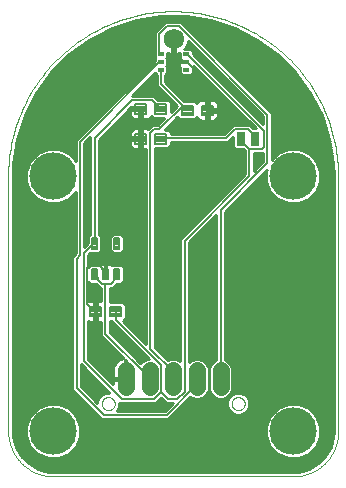
<source format=gtl>
G75*
%MOIN*%
%OFA0B0*%
%FSLAX25Y25*%
%IPPOS*%
%LPD*%
%AMOC8*
5,1,8,0,0,1.08239X$1,22.5*
%
%ADD10C,0.00000*%
%ADD11C,0.15811*%
%ADD12C,0.05600*%
%ADD13C,0.00787*%
%ADD14C,0.00709*%
%ADD15R,0.03150X0.04724*%
%ADD16R,0.01969X0.01181*%
%ADD17C,0.06791*%
%ADD18C,0.00600*%
%ADD19C,0.02400*%
%ADD20C,0.01000*%
%ADD21C,0.02381*%
D10*
X0001500Y0016500D02*
X0001500Y0101500D01*
X0032681Y0025732D02*
X0032683Y0025825D01*
X0032689Y0025917D01*
X0032699Y0026009D01*
X0032713Y0026100D01*
X0032730Y0026191D01*
X0032752Y0026281D01*
X0032777Y0026370D01*
X0032806Y0026458D01*
X0032839Y0026544D01*
X0032876Y0026629D01*
X0032916Y0026713D01*
X0032960Y0026794D01*
X0033007Y0026874D01*
X0033057Y0026952D01*
X0033111Y0027027D01*
X0033168Y0027100D01*
X0033228Y0027170D01*
X0033291Y0027238D01*
X0033357Y0027303D01*
X0033425Y0027365D01*
X0033496Y0027425D01*
X0033570Y0027481D01*
X0033646Y0027534D01*
X0033724Y0027583D01*
X0033804Y0027630D01*
X0033886Y0027672D01*
X0033970Y0027712D01*
X0034055Y0027747D01*
X0034142Y0027779D01*
X0034230Y0027808D01*
X0034319Y0027832D01*
X0034409Y0027853D01*
X0034500Y0027869D01*
X0034592Y0027882D01*
X0034684Y0027891D01*
X0034777Y0027896D01*
X0034869Y0027897D01*
X0034962Y0027894D01*
X0035054Y0027887D01*
X0035146Y0027876D01*
X0035237Y0027861D01*
X0035328Y0027843D01*
X0035418Y0027820D01*
X0035506Y0027794D01*
X0035594Y0027764D01*
X0035680Y0027730D01*
X0035764Y0027693D01*
X0035847Y0027651D01*
X0035928Y0027607D01*
X0036008Y0027559D01*
X0036085Y0027508D01*
X0036159Y0027453D01*
X0036232Y0027395D01*
X0036302Y0027335D01*
X0036369Y0027271D01*
X0036433Y0027205D01*
X0036495Y0027135D01*
X0036553Y0027064D01*
X0036608Y0026990D01*
X0036660Y0026913D01*
X0036709Y0026834D01*
X0036755Y0026754D01*
X0036797Y0026671D01*
X0036835Y0026587D01*
X0036870Y0026501D01*
X0036901Y0026414D01*
X0036928Y0026326D01*
X0036951Y0026236D01*
X0036971Y0026146D01*
X0036987Y0026055D01*
X0036999Y0025963D01*
X0037007Y0025871D01*
X0037011Y0025778D01*
X0037011Y0025686D01*
X0037007Y0025593D01*
X0036999Y0025501D01*
X0036987Y0025409D01*
X0036971Y0025318D01*
X0036951Y0025228D01*
X0036928Y0025138D01*
X0036901Y0025050D01*
X0036870Y0024963D01*
X0036835Y0024877D01*
X0036797Y0024793D01*
X0036755Y0024710D01*
X0036709Y0024630D01*
X0036660Y0024551D01*
X0036608Y0024474D01*
X0036553Y0024400D01*
X0036495Y0024329D01*
X0036433Y0024259D01*
X0036369Y0024193D01*
X0036302Y0024129D01*
X0036232Y0024069D01*
X0036159Y0024011D01*
X0036085Y0023956D01*
X0036008Y0023905D01*
X0035929Y0023857D01*
X0035847Y0023813D01*
X0035764Y0023771D01*
X0035680Y0023734D01*
X0035594Y0023700D01*
X0035506Y0023670D01*
X0035418Y0023644D01*
X0035328Y0023621D01*
X0035237Y0023603D01*
X0035146Y0023588D01*
X0035054Y0023577D01*
X0034962Y0023570D01*
X0034869Y0023567D01*
X0034777Y0023568D01*
X0034684Y0023573D01*
X0034592Y0023582D01*
X0034500Y0023595D01*
X0034409Y0023611D01*
X0034319Y0023632D01*
X0034230Y0023656D01*
X0034142Y0023685D01*
X0034055Y0023717D01*
X0033970Y0023752D01*
X0033886Y0023792D01*
X0033804Y0023834D01*
X0033724Y0023881D01*
X0033646Y0023930D01*
X0033570Y0023983D01*
X0033496Y0024039D01*
X0033425Y0024099D01*
X0033357Y0024161D01*
X0033291Y0024226D01*
X0033228Y0024294D01*
X0033168Y0024364D01*
X0033111Y0024437D01*
X0033057Y0024512D01*
X0033007Y0024590D01*
X0032960Y0024670D01*
X0032916Y0024751D01*
X0032876Y0024835D01*
X0032839Y0024920D01*
X0032806Y0025006D01*
X0032777Y0025094D01*
X0032752Y0025183D01*
X0032730Y0025273D01*
X0032713Y0025364D01*
X0032699Y0025455D01*
X0032689Y0025547D01*
X0032683Y0025639D01*
X0032681Y0025732D01*
X0016500Y0001500D02*
X0016138Y0001504D01*
X0015775Y0001518D01*
X0015413Y0001539D01*
X0015052Y0001570D01*
X0014692Y0001609D01*
X0014333Y0001657D01*
X0013975Y0001714D01*
X0013618Y0001779D01*
X0013263Y0001853D01*
X0012910Y0001936D01*
X0012559Y0002027D01*
X0012211Y0002126D01*
X0011865Y0002234D01*
X0011521Y0002350D01*
X0011181Y0002475D01*
X0010844Y0002607D01*
X0010510Y0002748D01*
X0010179Y0002897D01*
X0009852Y0003054D01*
X0009529Y0003218D01*
X0009210Y0003390D01*
X0008896Y0003570D01*
X0008585Y0003758D01*
X0008280Y0003953D01*
X0007979Y0004155D01*
X0007683Y0004365D01*
X0007393Y0004581D01*
X0007107Y0004805D01*
X0006827Y0005035D01*
X0006553Y0005272D01*
X0006285Y0005516D01*
X0006022Y0005766D01*
X0005766Y0006022D01*
X0005516Y0006285D01*
X0005272Y0006553D01*
X0005035Y0006827D01*
X0004805Y0007107D01*
X0004581Y0007393D01*
X0004365Y0007683D01*
X0004155Y0007979D01*
X0003953Y0008280D01*
X0003758Y0008585D01*
X0003570Y0008896D01*
X0003390Y0009210D01*
X0003218Y0009529D01*
X0003054Y0009852D01*
X0002897Y0010179D01*
X0002748Y0010510D01*
X0002607Y0010844D01*
X0002475Y0011181D01*
X0002350Y0011521D01*
X0002234Y0011865D01*
X0002126Y0012211D01*
X0002027Y0012559D01*
X0001936Y0012910D01*
X0001853Y0013263D01*
X0001779Y0013618D01*
X0001714Y0013975D01*
X0001657Y0014333D01*
X0001609Y0014692D01*
X0001570Y0015052D01*
X0001539Y0015413D01*
X0001518Y0015775D01*
X0001504Y0016138D01*
X0001500Y0016500D01*
X0016500Y0001500D02*
X0096500Y0001500D01*
X0096862Y0001504D01*
X0097225Y0001518D01*
X0097587Y0001539D01*
X0097948Y0001570D01*
X0098308Y0001609D01*
X0098667Y0001657D01*
X0099025Y0001714D01*
X0099382Y0001779D01*
X0099737Y0001853D01*
X0100090Y0001936D01*
X0100441Y0002027D01*
X0100789Y0002126D01*
X0101135Y0002234D01*
X0101479Y0002350D01*
X0101819Y0002475D01*
X0102156Y0002607D01*
X0102490Y0002748D01*
X0102821Y0002897D01*
X0103148Y0003054D01*
X0103471Y0003218D01*
X0103790Y0003390D01*
X0104104Y0003570D01*
X0104415Y0003758D01*
X0104720Y0003953D01*
X0105021Y0004155D01*
X0105317Y0004365D01*
X0105607Y0004581D01*
X0105893Y0004805D01*
X0106173Y0005035D01*
X0106447Y0005272D01*
X0106715Y0005516D01*
X0106978Y0005766D01*
X0107234Y0006022D01*
X0107484Y0006285D01*
X0107728Y0006553D01*
X0107965Y0006827D01*
X0108195Y0007107D01*
X0108419Y0007393D01*
X0108635Y0007683D01*
X0108845Y0007979D01*
X0109047Y0008280D01*
X0109242Y0008585D01*
X0109430Y0008896D01*
X0109610Y0009210D01*
X0109782Y0009529D01*
X0109946Y0009852D01*
X0110103Y0010179D01*
X0110252Y0010510D01*
X0110393Y0010844D01*
X0110525Y0011181D01*
X0110650Y0011521D01*
X0110766Y0011865D01*
X0110874Y0012211D01*
X0110973Y0012559D01*
X0111064Y0012910D01*
X0111147Y0013263D01*
X0111221Y0013618D01*
X0111286Y0013975D01*
X0111343Y0014333D01*
X0111391Y0014692D01*
X0111430Y0015052D01*
X0111461Y0015413D01*
X0111482Y0015775D01*
X0111496Y0016138D01*
X0111500Y0016500D01*
X0111500Y0101500D01*
X0075989Y0025732D02*
X0075991Y0025825D01*
X0075997Y0025917D01*
X0076007Y0026009D01*
X0076021Y0026100D01*
X0076038Y0026191D01*
X0076060Y0026281D01*
X0076085Y0026370D01*
X0076114Y0026458D01*
X0076147Y0026544D01*
X0076184Y0026629D01*
X0076224Y0026713D01*
X0076268Y0026794D01*
X0076315Y0026874D01*
X0076365Y0026952D01*
X0076419Y0027027D01*
X0076476Y0027100D01*
X0076536Y0027170D01*
X0076599Y0027238D01*
X0076665Y0027303D01*
X0076733Y0027365D01*
X0076804Y0027425D01*
X0076878Y0027481D01*
X0076954Y0027534D01*
X0077032Y0027583D01*
X0077112Y0027630D01*
X0077194Y0027672D01*
X0077278Y0027712D01*
X0077363Y0027747D01*
X0077450Y0027779D01*
X0077538Y0027808D01*
X0077627Y0027832D01*
X0077717Y0027853D01*
X0077808Y0027869D01*
X0077900Y0027882D01*
X0077992Y0027891D01*
X0078085Y0027896D01*
X0078177Y0027897D01*
X0078270Y0027894D01*
X0078362Y0027887D01*
X0078454Y0027876D01*
X0078545Y0027861D01*
X0078636Y0027843D01*
X0078726Y0027820D01*
X0078814Y0027794D01*
X0078902Y0027764D01*
X0078988Y0027730D01*
X0079072Y0027693D01*
X0079155Y0027651D01*
X0079236Y0027607D01*
X0079316Y0027559D01*
X0079393Y0027508D01*
X0079467Y0027453D01*
X0079540Y0027395D01*
X0079610Y0027335D01*
X0079677Y0027271D01*
X0079741Y0027205D01*
X0079803Y0027135D01*
X0079861Y0027064D01*
X0079916Y0026990D01*
X0079968Y0026913D01*
X0080017Y0026834D01*
X0080063Y0026754D01*
X0080105Y0026671D01*
X0080143Y0026587D01*
X0080178Y0026501D01*
X0080209Y0026414D01*
X0080236Y0026326D01*
X0080259Y0026236D01*
X0080279Y0026146D01*
X0080295Y0026055D01*
X0080307Y0025963D01*
X0080315Y0025871D01*
X0080319Y0025778D01*
X0080319Y0025686D01*
X0080315Y0025593D01*
X0080307Y0025501D01*
X0080295Y0025409D01*
X0080279Y0025318D01*
X0080259Y0025228D01*
X0080236Y0025138D01*
X0080209Y0025050D01*
X0080178Y0024963D01*
X0080143Y0024877D01*
X0080105Y0024793D01*
X0080063Y0024710D01*
X0080017Y0024630D01*
X0079968Y0024551D01*
X0079916Y0024474D01*
X0079861Y0024400D01*
X0079803Y0024329D01*
X0079741Y0024259D01*
X0079677Y0024193D01*
X0079610Y0024129D01*
X0079540Y0024069D01*
X0079467Y0024011D01*
X0079393Y0023956D01*
X0079316Y0023905D01*
X0079237Y0023857D01*
X0079155Y0023813D01*
X0079072Y0023771D01*
X0078988Y0023734D01*
X0078902Y0023700D01*
X0078814Y0023670D01*
X0078726Y0023644D01*
X0078636Y0023621D01*
X0078545Y0023603D01*
X0078454Y0023588D01*
X0078362Y0023577D01*
X0078270Y0023570D01*
X0078177Y0023567D01*
X0078085Y0023568D01*
X0077992Y0023573D01*
X0077900Y0023582D01*
X0077808Y0023595D01*
X0077717Y0023611D01*
X0077627Y0023632D01*
X0077538Y0023656D01*
X0077450Y0023685D01*
X0077363Y0023717D01*
X0077278Y0023752D01*
X0077194Y0023792D01*
X0077112Y0023834D01*
X0077032Y0023881D01*
X0076954Y0023930D01*
X0076878Y0023983D01*
X0076804Y0024039D01*
X0076733Y0024099D01*
X0076665Y0024161D01*
X0076599Y0024226D01*
X0076536Y0024294D01*
X0076476Y0024364D01*
X0076419Y0024437D01*
X0076365Y0024512D01*
X0076315Y0024590D01*
X0076268Y0024670D01*
X0076224Y0024751D01*
X0076184Y0024835D01*
X0076147Y0024920D01*
X0076114Y0025006D01*
X0076085Y0025094D01*
X0076060Y0025183D01*
X0076038Y0025273D01*
X0076021Y0025364D01*
X0076007Y0025455D01*
X0075997Y0025547D01*
X0075991Y0025639D01*
X0075989Y0025732D01*
X0111500Y0101500D02*
X0111484Y0102839D01*
X0111435Y0104178D01*
X0111353Y0105515D01*
X0111239Y0106849D01*
X0111093Y0108181D01*
X0110914Y0109508D01*
X0110703Y0110831D01*
X0110459Y0112148D01*
X0110184Y0113459D01*
X0109877Y0114762D01*
X0109538Y0116058D01*
X0109168Y0117345D01*
X0108767Y0118623D01*
X0108334Y0119891D01*
X0107871Y0121148D01*
X0107377Y0122393D01*
X0106853Y0123626D01*
X0106300Y0124845D01*
X0105716Y0126051D01*
X0105104Y0127242D01*
X0104463Y0128418D01*
X0103793Y0129578D01*
X0103095Y0130721D01*
X0102370Y0131847D01*
X0101617Y0132955D01*
X0100838Y0134045D01*
X0100032Y0135115D01*
X0099201Y0136165D01*
X0098344Y0137194D01*
X0097462Y0138203D01*
X0096557Y0139189D01*
X0095627Y0140153D01*
X0094674Y0141095D01*
X0093699Y0142013D01*
X0092701Y0142906D01*
X0091682Y0143776D01*
X0090642Y0144620D01*
X0089582Y0145438D01*
X0088502Y0146231D01*
X0087404Y0146997D01*
X0086286Y0147736D01*
X0085152Y0148448D01*
X0084000Y0149131D01*
X0082832Y0149787D01*
X0081648Y0150414D01*
X0080450Y0151012D01*
X0079237Y0151580D01*
X0078011Y0152119D01*
X0076772Y0152628D01*
X0075521Y0153106D01*
X0074258Y0153554D01*
X0072986Y0153971D01*
X0071703Y0154357D01*
X0070411Y0154712D01*
X0069111Y0155035D01*
X0067804Y0155326D01*
X0066490Y0155585D01*
X0065170Y0155812D01*
X0063845Y0156007D01*
X0062515Y0156170D01*
X0061182Y0156300D01*
X0059847Y0156398D01*
X0058509Y0156463D01*
X0057170Y0156496D01*
X0055830Y0156496D01*
X0054491Y0156463D01*
X0053153Y0156398D01*
X0051818Y0156300D01*
X0050485Y0156170D01*
X0049155Y0156007D01*
X0047830Y0155812D01*
X0046510Y0155585D01*
X0045196Y0155326D01*
X0043889Y0155035D01*
X0042589Y0154712D01*
X0041297Y0154357D01*
X0040014Y0153971D01*
X0038742Y0153554D01*
X0037479Y0153106D01*
X0036228Y0152628D01*
X0034989Y0152119D01*
X0033763Y0151580D01*
X0032550Y0151012D01*
X0031352Y0150414D01*
X0030168Y0149787D01*
X0029000Y0149131D01*
X0027848Y0148448D01*
X0026714Y0147736D01*
X0025596Y0146997D01*
X0024498Y0146231D01*
X0023418Y0145438D01*
X0022358Y0144620D01*
X0021318Y0143776D01*
X0020299Y0142906D01*
X0019301Y0142013D01*
X0018326Y0141095D01*
X0017373Y0140153D01*
X0016443Y0139189D01*
X0015538Y0138203D01*
X0014656Y0137194D01*
X0013799Y0136165D01*
X0012968Y0135115D01*
X0012162Y0134045D01*
X0011383Y0132955D01*
X0010630Y0131847D01*
X0009905Y0130721D01*
X0009207Y0129578D01*
X0008537Y0128418D01*
X0007896Y0127242D01*
X0007284Y0126051D01*
X0006700Y0124845D01*
X0006147Y0123626D01*
X0005623Y0122393D01*
X0005129Y0121148D01*
X0004666Y0119891D01*
X0004233Y0118623D01*
X0003832Y0117345D01*
X0003462Y0116058D01*
X0003123Y0114762D01*
X0002816Y0113459D01*
X0002541Y0112148D01*
X0002297Y0110831D01*
X0002086Y0109508D01*
X0001907Y0108181D01*
X0001761Y0106849D01*
X0001647Y0105515D01*
X0001565Y0104178D01*
X0001516Y0102839D01*
X0001500Y0101500D01*
D11*
X0016500Y0101500D03*
X0016500Y0016500D03*
X0096500Y0016500D03*
X0096500Y0101500D03*
D12*
X0072248Y0036800D02*
X0072248Y0031200D01*
X0064374Y0031200D02*
X0064374Y0036800D01*
X0056500Y0036800D02*
X0056500Y0031200D01*
X0048626Y0031200D02*
X0048626Y0036800D01*
X0040752Y0036800D02*
X0040752Y0031200D01*
D13*
X0039118Y0054925D02*
X0035574Y0054925D01*
X0035574Y0058075D01*
X0039118Y0058075D01*
X0039118Y0054925D01*
X0039118Y0055711D02*
X0035574Y0055711D01*
X0035574Y0056497D02*
X0039118Y0056497D01*
X0039118Y0057283D02*
X0035574Y0057283D01*
X0035574Y0058069D02*
X0039118Y0058069D01*
X0032426Y0054925D02*
X0028882Y0054925D01*
X0028882Y0058075D01*
X0032426Y0058075D01*
X0032426Y0054925D01*
X0032426Y0055711D02*
X0028882Y0055711D01*
X0028882Y0056497D02*
X0032426Y0056497D01*
X0032426Y0057283D02*
X0028882Y0057283D01*
X0028882Y0058069D02*
X0032426Y0058069D01*
X0043882Y0112425D02*
X0047426Y0112425D01*
X0043882Y0112425D02*
X0043882Y0115575D01*
X0047426Y0115575D01*
X0047426Y0112425D01*
X0047426Y0113211D02*
X0043882Y0113211D01*
X0043882Y0113997D02*
X0047426Y0113997D01*
X0047426Y0114783D02*
X0043882Y0114783D01*
X0043882Y0115569D02*
X0047426Y0115569D01*
X0050574Y0112425D02*
X0054118Y0112425D01*
X0050574Y0112425D02*
X0050574Y0115575D01*
X0054118Y0115575D01*
X0054118Y0112425D01*
X0054118Y0113211D02*
X0050574Y0113211D01*
X0050574Y0113997D02*
X0054118Y0113997D01*
X0054118Y0114783D02*
X0050574Y0114783D01*
X0050574Y0115569D02*
X0054118Y0115569D01*
X0054118Y0122425D02*
X0050574Y0122425D01*
X0050574Y0125575D01*
X0054118Y0125575D01*
X0054118Y0122425D01*
X0054118Y0123211D02*
X0050574Y0123211D01*
X0050574Y0123997D02*
X0054118Y0123997D01*
X0054118Y0124783D02*
X0050574Y0124783D01*
X0050574Y0125569D02*
X0054118Y0125569D01*
X0059374Y0121972D02*
X0062918Y0121972D01*
X0059374Y0121972D02*
X0059374Y0125122D01*
X0062918Y0125122D01*
X0062918Y0121972D01*
X0062918Y0122758D02*
X0059374Y0122758D01*
X0059374Y0123544D02*
X0062918Y0123544D01*
X0062918Y0124330D02*
X0059374Y0124330D01*
X0059374Y0125116D02*
X0062918Y0125116D01*
X0066067Y0121972D02*
X0069611Y0121972D01*
X0066067Y0121972D02*
X0066067Y0125122D01*
X0069611Y0125122D01*
X0069611Y0121972D01*
X0069611Y0122758D02*
X0066067Y0122758D01*
X0066067Y0123544D02*
X0069611Y0123544D01*
X0069611Y0124330D02*
X0066067Y0124330D01*
X0066067Y0125116D02*
X0069611Y0125116D01*
X0047426Y0122425D02*
X0043882Y0122425D01*
X0043882Y0125575D01*
X0047426Y0125575D01*
X0047426Y0122425D01*
X0047426Y0123211D02*
X0043882Y0123211D01*
X0043882Y0123997D02*
X0047426Y0123997D01*
X0047426Y0124783D02*
X0043882Y0124783D01*
X0043882Y0125569D02*
X0047426Y0125569D01*
D14*
X0038567Y0077405D02*
X0036913Y0077405D01*
X0036913Y0080831D01*
X0038567Y0080831D01*
X0038567Y0077405D01*
X0038567Y0078113D02*
X0036913Y0078113D01*
X0036913Y0078821D02*
X0038567Y0078821D01*
X0038567Y0079529D02*
X0036913Y0079529D01*
X0036913Y0080237D02*
X0038567Y0080237D01*
X0038567Y0067169D02*
X0036913Y0067169D01*
X0036913Y0070595D01*
X0038567Y0070595D01*
X0038567Y0067169D01*
X0038567Y0067877D02*
X0036913Y0067877D01*
X0036913Y0068585D02*
X0038567Y0068585D01*
X0038567Y0069293D02*
X0036913Y0069293D01*
X0036913Y0070001D02*
X0038567Y0070001D01*
X0034827Y0067169D02*
X0033173Y0067169D01*
X0033173Y0070595D01*
X0034827Y0070595D01*
X0034827Y0067169D01*
X0034827Y0067877D02*
X0033173Y0067877D01*
X0033173Y0068585D02*
X0034827Y0068585D01*
X0034827Y0069293D02*
X0033173Y0069293D01*
X0033173Y0070001D02*
X0034827Y0070001D01*
X0031087Y0067169D02*
X0029433Y0067169D01*
X0029433Y0070595D01*
X0031087Y0070595D01*
X0031087Y0067169D01*
X0031087Y0067877D02*
X0029433Y0067877D01*
X0029433Y0068585D02*
X0031087Y0068585D01*
X0031087Y0069293D02*
X0029433Y0069293D01*
X0029433Y0070001D02*
X0031087Y0070001D01*
X0031087Y0077405D02*
X0029433Y0077405D01*
X0029433Y0080831D01*
X0031087Y0080831D01*
X0031087Y0077405D01*
X0031087Y0078113D02*
X0029433Y0078113D01*
X0029433Y0078821D02*
X0031087Y0078821D01*
X0031087Y0079529D02*
X0029433Y0079529D01*
X0029433Y0080237D02*
X0031087Y0080237D01*
D15*
X0079138Y0114000D03*
X0083862Y0114000D03*
D16*
X0060850Y0137031D03*
X0060850Y0139591D03*
X0060850Y0142150D03*
X0052386Y0142150D03*
X0052386Y0139591D03*
X0052386Y0137031D03*
D17*
X0056618Y0147169D03*
D18*
X0056700Y0146700D01*
X0056700Y0143100D01*
X0059700Y0140100D01*
X0060300Y0140100D01*
X0060850Y0139591D01*
X0060900Y0140100D01*
X0067500Y0133500D01*
X0067500Y0123900D01*
X0067839Y0123547D01*
X0061146Y0123547D02*
X0059700Y0125100D01*
X0051900Y0117300D01*
X0050100Y0117300D01*
X0048900Y0116100D01*
X0048900Y0044100D01*
X0056100Y0036900D01*
X0056100Y0034500D01*
X0056500Y0034000D01*
X0052500Y0029700D02*
X0054900Y0027300D01*
X0057900Y0027300D01*
X0060300Y0029700D01*
X0060300Y0080100D01*
X0081900Y0101700D01*
X0081900Y0110700D01*
X0078900Y0113700D01*
X0079138Y0114000D01*
X0077100Y0117300D02*
X0081300Y0117300D01*
X0084300Y0114300D01*
X0083862Y0114000D01*
X0086700Y0111300D02*
X0086100Y0110700D01*
X0081900Y0110700D01*
X0086700Y0111300D02*
X0086700Y0116700D01*
X0061500Y0141900D01*
X0060900Y0141900D01*
X0060850Y0142150D01*
X0058500Y0151500D02*
X0054300Y0151500D01*
X0051900Y0149100D01*
X0051900Y0142500D01*
X0052386Y0142150D01*
X0052386Y0139591D02*
X0051900Y0139500D01*
X0025500Y0113100D01*
X0025500Y0075300D01*
X0024300Y0074100D01*
X0024300Y0030900D01*
X0033300Y0021900D01*
X0054300Y0021900D01*
X0063900Y0031500D01*
X0063900Y0033900D01*
X0064374Y0034000D01*
X0072248Y0034000D02*
X0072300Y0034500D01*
X0072300Y0090300D01*
X0087900Y0105900D01*
X0087900Y0122100D01*
X0058500Y0151500D01*
X0052386Y0137031D02*
X0052500Y0136500D01*
X0052500Y0132300D01*
X0059700Y0125100D01*
X0060900Y0123900D01*
X0061146Y0123547D01*
X0052346Y0124000D02*
X0051900Y0124500D01*
X0049500Y0126900D01*
X0042900Y0126900D01*
X0030300Y0114300D01*
X0030300Y0079500D01*
X0030260Y0079118D01*
X0029700Y0078900D01*
X0026700Y0075900D01*
X0026700Y0039900D01*
X0039300Y0027300D01*
X0050100Y0027300D01*
X0052500Y0029700D01*
X0052500Y0038700D01*
X0037500Y0053700D01*
X0037500Y0056100D01*
X0037346Y0056500D01*
X0030900Y0056100D02*
X0030900Y0050100D01*
X0040500Y0040500D01*
X0040500Y0034500D01*
X0040752Y0034000D01*
X0048300Y0034500D02*
X0048626Y0034000D01*
X0048300Y0034500D02*
X0033900Y0048900D01*
X0033900Y0065700D01*
X0032700Y0065700D01*
X0031500Y0066900D01*
X0031500Y0067500D01*
X0030300Y0068700D01*
X0030260Y0068882D01*
X0032700Y0070500D02*
X0032700Y0071100D01*
X0031500Y0072300D01*
X0032700Y0073500D01*
X0032700Y0078900D01*
X0045300Y0091500D01*
X0045300Y0113700D01*
X0045654Y0114000D01*
X0045900Y0114300D01*
X0045900Y0119700D01*
X0045900Y0123900D01*
X0045654Y0124000D01*
X0052500Y0114300D02*
X0052346Y0114000D01*
X0052500Y0114300D02*
X0074100Y0114300D01*
X0077100Y0117300D01*
X0037740Y0068882D02*
X0037500Y0068700D01*
X0037500Y0067500D01*
X0035700Y0065700D01*
X0033900Y0065700D01*
X0034000Y0068882D02*
X0033900Y0069300D01*
X0032700Y0070500D01*
X0031500Y0072300D02*
X0029100Y0072300D01*
X0027900Y0071100D01*
X0027900Y0059100D01*
X0030300Y0056700D01*
X0030654Y0056500D01*
X0030900Y0056100D01*
D19*
X0045900Y0119700D03*
D20*
X0006580Y0007491D02*
X0106420Y0007491D01*
X0107210Y0008282D02*
X0104718Y0005790D01*
X0101666Y0004028D01*
X0098262Y0003115D01*
X0096500Y0003000D01*
X0016500Y0003000D01*
X0014738Y0003115D01*
X0011334Y0004028D01*
X0008282Y0005790D01*
X0005790Y0008282D01*
X0004028Y0011334D01*
X0003115Y0014738D01*
X0003000Y0016500D01*
X0003000Y0101500D01*
X0003165Y0105698D01*
X0004478Y0113989D01*
X0007072Y0121974D01*
X0010884Y0129454D01*
X0015818Y0136245D01*
X0021755Y0142182D01*
X0028546Y0147116D01*
X0036026Y0150928D01*
X0044011Y0153522D01*
X0052302Y0154835D01*
X0060698Y0154835D01*
X0068989Y0153522D01*
X0076974Y0150928D01*
X0084454Y0147116D01*
X0091245Y0142182D01*
X0097182Y0136245D01*
X0102116Y0129454D01*
X0105928Y0121974D01*
X0108522Y0113989D01*
X0109835Y0105698D01*
X0110000Y0101500D01*
X0110000Y0016500D01*
X0109885Y0014738D01*
X0108972Y0011334D01*
X0107210Y0008282D01*
X0107330Y0008490D02*
X0100694Y0008490D01*
X0101601Y0008865D02*
X0104134Y0011399D01*
X0105505Y0014709D01*
X0105505Y0018291D01*
X0104134Y0021601D01*
X0101601Y0024134D01*
X0098291Y0025505D01*
X0094709Y0025505D01*
X0091399Y0024134D01*
X0088865Y0021601D01*
X0087494Y0018291D01*
X0087494Y0014709D01*
X0088865Y0011399D01*
X0091399Y0008865D01*
X0094709Y0007494D01*
X0098291Y0007494D01*
X0101601Y0008865D01*
X0102224Y0009488D02*
X0107907Y0009488D01*
X0108483Y0010487D02*
X0103222Y0010487D01*
X0104170Y0011485D02*
X0109013Y0011485D01*
X0109280Y0012484D02*
X0104584Y0012484D01*
X0104997Y0013482D02*
X0109548Y0013482D01*
X0109816Y0014481D02*
X0105411Y0014481D01*
X0105505Y0015479D02*
X0109933Y0015479D01*
X0109999Y0016478D02*
X0105505Y0016478D01*
X0105505Y0017476D02*
X0110000Y0017476D01*
X0110000Y0018475D02*
X0105430Y0018475D01*
X0105016Y0019473D02*
X0110000Y0019473D01*
X0110000Y0020472D02*
X0104602Y0020472D01*
X0104189Y0021470D02*
X0110000Y0021470D01*
X0110000Y0022469D02*
X0103267Y0022469D01*
X0102268Y0023467D02*
X0110000Y0023467D01*
X0110000Y0024466D02*
X0100801Y0024466D01*
X0098391Y0025464D02*
X0110000Y0025464D01*
X0110000Y0026463D02*
X0081818Y0026463D01*
X0081819Y0026461D02*
X0081261Y0027809D01*
X0080230Y0028840D01*
X0078883Y0029398D01*
X0077424Y0029398D01*
X0076077Y0028840D01*
X0075046Y0027809D01*
X0074488Y0026461D01*
X0074488Y0025003D01*
X0075046Y0023656D01*
X0076077Y0022625D01*
X0077424Y0022067D01*
X0078883Y0022067D01*
X0080230Y0022625D01*
X0081261Y0023656D01*
X0081819Y0025003D01*
X0081819Y0026461D01*
X0081819Y0025464D02*
X0094609Y0025464D01*
X0092199Y0024466D02*
X0081596Y0024466D01*
X0081072Y0023467D02*
X0090732Y0023467D01*
X0089733Y0022469D02*
X0079853Y0022469D01*
X0076454Y0022469D02*
X0056849Y0022469D01*
X0057847Y0023467D02*
X0075235Y0023467D01*
X0074711Y0024466D02*
X0058846Y0024466D01*
X0059844Y0025464D02*
X0074488Y0025464D01*
X0074489Y0026463D02*
X0060843Y0026463D01*
X0061841Y0027461D02*
X0063209Y0027461D01*
X0063598Y0027300D02*
X0062242Y0027862D01*
X0054880Y0020500D01*
X0032720Y0020500D01*
X0031900Y0021320D01*
X0022900Y0030320D01*
X0022900Y0074680D01*
X0023720Y0075500D01*
X0024100Y0075880D01*
X0024100Y0096364D01*
X0021601Y0093865D01*
X0018291Y0092494D01*
X0014709Y0092494D01*
X0011399Y0093865D01*
X0008865Y0096399D01*
X0007494Y0099709D01*
X0007494Y0103291D01*
X0008865Y0106601D01*
X0011399Y0109134D01*
X0014709Y0110505D01*
X0018291Y0110505D01*
X0021601Y0109134D01*
X0024100Y0106636D01*
X0024100Y0113680D01*
X0024920Y0114500D01*
X0050302Y0139881D01*
X0050302Y0140637D01*
X0050535Y0140870D01*
X0050302Y0141103D01*
X0050302Y0143196D01*
X0050500Y0143394D01*
X0050500Y0149680D01*
X0052900Y0152080D01*
X0053720Y0152900D01*
X0059080Y0152900D01*
X0088480Y0123500D01*
X0089300Y0122680D01*
X0089300Y0107036D01*
X0091399Y0109134D01*
X0094709Y0110505D01*
X0098291Y0110505D01*
X0101601Y0109134D01*
X0104134Y0106601D01*
X0105505Y0103291D01*
X0105505Y0099709D01*
X0104134Y0096399D01*
X0101601Y0093865D01*
X0098291Y0092494D01*
X0094709Y0092494D01*
X0091399Y0093865D01*
X0088865Y0096399D01*
X0087494Y0099709D01*
X0087494Y0103291D01*
X0087652Y0103673D01*
X0073700Y0089720D01*
X0073700Y0040420D01*
X0074457Y0040106D01*
X0075554Y0039009D01*
X0076148Y0037576D01*
X0076148Y0030424D01*
X0075554Y0028991D01*
X0074457Y0027894D01*
X0073024Y0027300D01*
X0071472Y0027300D01*
X0070039Y0027894D01*
X0068942Y0028991D01*
X0068348Y0030424D01*
X0068348Y0037576D01*
X0068942Y0039009D01*
X0070039Y0040106D01*
X0070900Y0040463D01*
X0070900Y0088720D01*
X0061700Y0079520D01*
X0061700Y0039641D01*
X0062165Y0040106D01*
X0063598Y0040700D01*
X0065150Y0040700D01*
X0066583Y0040106D01*
X0067680Y0039009D01*
X0068274Y0037576D01*
X0068274Y0030424D01*
X0067680Y0028991D01*
X0066583Y0027894D01*
X0065150Y0027300D01*
X0063598Y0027300D01*
X0065539Y0027461D02*
X0071083Y0027461D01*
X0069473Y0028460D02*
X0067149Y0028460D01*
X0067874Y0029458D02*
X0068748Y0029458D01*
X0068348Y0030457D02*
X0068274Y0030457D01*
X0068274Y0031455D02*
X0068348Y0031455D01*
X0068348Y0032454D02*
X0068274Y0032454D01*
X0068274Y0033452D02*
X0068348Y0033452D01*
X0068348Y0034451D02*
X0068274Y0034451D01*
X0068274Y0035449D02*
X0068348Y0035449D01*
X0068348Y0036448D02*
X0068274Y0036448D01*
X0068274Y0037446D02*
X0068348Y0037446D01*
X0068708Y0038445D02*
X0067914Y0038445D01*
X0067246Y0039443D02*
X0069376Y0039443D01*
X0070849Y0040442D02*
X0065773Y0040442D01*
X0062975Y0040442D02*
X0061700Y0040442D01*
X0061700Y0041440D02*
X0070900Y0041440D01*
X0070900Y0042439D02*
X0061700Y0042439D01*
X0061700Y0043437D02*
X0070900Y0043437D01*
X0070900Y0044436D02*
X0061700Y0044436D01*
X0061700Y0045434D02*
X0070900Y0045434D01*
X0070900Y0046433D02*
X0061700Y0046433D01*
X0061700Y0047432D02*
X0070900Y0047432D01*
X0070900Y0048430D02*
X0061700Y0048430D01*
X0061700Y0049429D02*
X0070900Y0049429D01*
X0070900Y0050427D02*
X0061700Y0050427D01*
X0061700Y0051426D02*
X0070900Y0051426D01*
X0070900Y0052424D02*
X0061700Y0052424D01*
X0061700Y0053423D02*
X0070900Y0053423D01*
X0070900Y0054421D02*
X0061700Y0054421D01*
X0061700Y0055420D02*
X0070900Y0055420D01*
X0070900Y0056418D02*
X0061700Y0056418D01*
X0061700Y0057417D02*
X0070900Y0057417D01*
X0070900Y0058415D02*
X0061700Y0058415D01*
X0061700Y0059414D02*
X0070900Y0059414D01*
X0070900Y0060412D02*
X0061700Y0060412D01*
X0061700Y0061411D02*
X0070900Y0061411D01*
X0070900Y0062409D02*
X0061700Y0062409D01*
X0061700Y0063408D02*
X0070900Y0063408D01*
X0070900Y0064406D02*
X0061700Y0064406D01*
X0061700Y0065405D02*
X0070900Y0065405D01*
X0070900Y0066403D02*
X0061700Y0066403D01*
X0061700Y0067402D02*
X0070900Y0067402D01*
X0070900Y0068400D02*
X0061700Y0068400D01*
X0061700Y0069399D02*
X0070900Y0069399D01*
X0070900Y0070397D02*
X0061700Y0070397D01*
X0061700Y0071396D02*
X0070900Y0071396D01*
X0070900Y0072394D02*
X0061700Y0072394D01*
X0061700Y0073393D02*
X0070900Y0073393D01*
X0070900Y0074391D02*
X0061700Y0074391D01*
X0061700Y0075390D02*
X0070900Y0075390D01*
X0070900Y0076388D02*
X0061700Y0076388D01*
X0061700Y0077387D02*
X0070900Y0077387D01*
X0070900Y0078385D02*
X0061700Y0078385D01*
X0061700Y0079384D02*
X0070900Y0079384D01*
X0070900Y0080382D02*
X0062562Y0080382D01*
X0063561Y0081381D02*
X0070900Y0081381D01*
X0070900Y0082379D02*
X0064559Y0082379D01*
X0065558Y0083378D02*
X0070900Y0083378D01*
X0070900Y0084376D02*
X0066556Y0084376D01*
X0067555Y0085375D02*
X0070900Y0085375D01*
X0070900Y0086373D02*
X0068553Y0086373D01*
X0069552Y0087372D02*
X0070900Y0087372D01*
X0070900Y0088370D02*
X0070550Y0088370D01*
X0069586Y0091366D02*
X0050300Y0091366D01*
X0050300Y0090368D02*
X0068588Y0090368D01*
X0067589Y0089369D02*
X0050300Y0089369D01*
X0050300Y0088370D02*
X0066591Y0088370D01*
X0065592Y0087372D02*
X0050300Y0087372D01*
X0050300Y0086373D02*
X0064594Y0086373D01*
X0063595Y0085375D02*
X0050300Y0085375D01*
X0050300Y0084376D02*
X0062597Y0084376D01*
X0061598Y0083378D02*
X0050300Y0083378D01*
X0050300Y0082379D02*
X0060600Y0082379D01*
X0059720Y0081500D02*
X0058900Y0080680D01*
X0058900Y0039915D01*
X0058709Y0040106D01*
X0057276Y0040700D01*
X0055724Y0040700D01*
X0054703Y0040277D01*
X0050300Y0044680D01*
X0050300Y0110931D01*
X0054737Y0110931D01*
X0055612Y0111806D01*
X0055612Y0112900D01*
X0074680Y0112900D01*
X0076463Y0114683D01*
X0076463Y0111182D01*
X0077107Y0110538D01*
X0080082Y0110538D01*
X0080500Y0110120D01*
X0080500Y0102280D01*
X0059720Y0081500D01*
X0059601Y0081381D02*
X0050300Y0081381D01*
X0050300Y0080382D02*
X0058900Y0080382D01*
X0058900Y0079384D02*
X0050300Y0079384D01*
X0050300Y0078385D02*
X0058900Y0078385D01*
X0058900Y0077387D02*
X0050300Y0077387D01*
X0050300Y0076388D02*
X0058900Y0076388D01*
X0058900Y0075390D02*
X0050300Y0075390D01*
X0050300Y0074391D02*
X0058900Y0074391D01*
X0058900Y0073393D02*
X0050300Y0073393D01*
X0050300Y0072394D02*
X0058900Y0072394D01*
X0058900Y0071396D02*
X0050300Y0071396D01*
X0050300Y0070397D02*
X0058900Y0070397D01*
X0058900Y0069399D02*
X0050300Y0069399D01*
X0050300Y0068400D02*
X0058900Y0068400D01*
X0058900Y0067402D02*
X0050300Y0067402D01*
X0050300Y0066403D02*
X0058900Y0066403D01*
X0058900Y0065405D02*
X0050300Y0065405D01*
X0050300Y0064406D02*
X0058900Y0064406D01*
X0058900Y0063408D02*
X0050300Y0063408D01*
X0050300Y0062409D02*
X0058900Y0062409D01*
X0058900Y0061411D02*
X0050300Y0061411D01*
X0050300Y0060412D02*
X0058900Y0060412D01*
X0058900Y0059414D02*
X0050300Y0059414D01*
X0050300Y0058415D02*
X0058900Y0058415D01*
X0058900Y0057417D02*
X0050300Y0057417D01*
X0050300Y0056418D02*
X0058900Y0056418D01*
X0058900Y0055420D02*
X0050300Y0055420D01*
X0050300Y0054421D02*
X0058900Y0054421D01*
X0058900Y0053423D02*
X0050300Y0053423D01*
X0050300Y0052424D02*
X0058900Y0052424D01*
X0058900Y0051426D02*
X0050300Y0051426D01*
X0050300Y0050427D02*
X0058900Y0050427D01*
X0058900Y0049429D02*
X0050300Y0049429D01*
X0050300Y0048430D02*
X0058900Y0048430D01*
X0058900Y0047432D02*
X0050300Y0047432D01*
X0050300Y0046433D02*
X0058900Y0046433D01*
X0058900Y0045434D02*
X0050300Y0045434D01*
X0050544Y0044436D02*
X0058900Y0044436D01*
X0058900Y0043437D02*
X0051542Y0043437D01*
X0052541Y0042439D02*
X0058900Y0042439D01*
X0058900Y0041440D02*
X0053539Y0041440D01*
X0054538Y0040442D02*
X0055101Y0040442D01*
X0057899Y0040442D02*
X0058900Y0040442D01*
X0052500Y0027720D02*
X0054320Y0025900D01*
X0056320Y0025900D01*
X0053720Y0023300D01*
X0037598Y0023300D01*
X0037954Y0023656D01*
X0038512Y0025003D01*
X0038512Y0026108D01*
X0038720Y0025900D01*
X0050680Y0025900D01*
X0051500Y0026720D01*
X0052500Y0027720D01*
X0052241Y0027461D02*
X0052759Y0027461D01*
X0053757Y0026463D02*
X0051243Y0026463D01*
X0053887Y0023467D02*
X0037765Y0023467D01*
X0038289Y0024466D02*
X0054886Y0024466D01*
X0055884Y0025464D02*
X0038512Y0025464D01*
X0035222Y0029398D02*
X0034117Y0029398D01*
X0032770Y0028840D01*
X0031739Y0027809D01*
X0031181Y0026461D01*
X0031181Y0025999D01*
X0025700Y0031480D01*
X0025700Y0038920D01*
X0026120Y0038500D01*
X0035222Y0029398D01*
X0035162Y0029458D02*
X0027722Y0029458D01*
X0028720Y0028460D02*
X0032390Y0028460D01*
X0031595Y0027461D02*
X0029719Y0027461D01*
X0030717Y0026463D02*
X0031182Y0026463D01*
X0028754Y0024466D02*
X0020801Y0024466D01*
X0021601Y0024134D02*
X0018291Y0025505D01*
X0014709Y0025505D01*
X0011399Y0024134D01*
X0008865Y0021601D01*
X0007494Y0018291D01*
X0007494Y0014709D01*
X0008865Y0011399D01*
X0011399Y0008865D01*
X0014709Y0007494D01*
X0018291Y0007494D01*
X0021601Y0008865D01*
X0024134Y0011399D01*
X0025505Y0014709D01*
X0025505Y0018291D01*
X0024134Y0021601D01*
X0021601Y0024134D01*
X0022268Y0023467D02*
X0029753Y0023467D01*
X0030751Y0022469D02*
X0023267Y0022469D01*
X0024189Y0021470D02*
X0031750Y0021470D01*
X0027756Y0025464D02*
X0018391Y0025464D01*
X0014609Y0025464D02*
X0003000Y0025464D01*
X0003000Y0024466D02*
X0012199Y0024466D01*
X0010732Y0023467D02*
X0003000Y0023467D01*
X0003000Y0022469D02*
X0009733Y0022469D01*
X0008811Y0021470D02*
X0003000Y0021470D01*
X0003000Y0020472D02*
X0008398Y0020472D01*
X0007984Y0019473D02*
X0003000Y0019473D01*
X0003000Y0018475D02*
X0007570Y0018475D01*
X0007494Y0017476D02*
X0003000Y0017476D01*
X0003001Y0016478D02*
X0007494Y0016478D01*
X0007494Y0015479D02*
X0003067Y0015479D01*
X0003184Y0014481D02*
X0007589Y0014481D01*
X0008003Y0013482D02*
X0003452Y0013482D01*
X0003720Y0012484D02*
X0008416Y0012484D01*
X0008830Y0011485D02*
X0003987Y0011485D01*
X0004517Y0010487D02*
X0009778Y0010487D01*
X0010776Y0009488D02*
X0005093Y0009488D01*
X0005670Y0008490D02*
X0012306Y0008490D01*
X0010523Y0004496D02*
X0102477Y0004496D01*
X0104206Y0005494D02*
X0008794Y0005494D01*
X0007579Y0006493D02*
X0105421Y0006493D01*
X0099686Y0003497D02*
X0013314Y0003497D01*
X0020694Y0008490D02*
X0092306Y0008490D01*
X0090776Y0009488D02*
X0022224Y0009488D01*
X0023222Y0010487D02*
X0089778Y0010487D01*
X0088830Y0011485D02*
X0024170Y0011485D01*
X0024584Y0012484D02*
X0088416Y0012484D01*
X0088003Y0013482D02*
X0024997Y0013482D01*
X0025411Y0014481D02*
X0087589Y0014481D01*
X0087494Y0015479D02*
X0025505Y0015479D01*
X0025505Y0016478D02*
X0087494Y0016478D01*
X0087494Y0017476D02*
X0025505Y0017476D01*
X0025430Y0018475D02*
X0087570Y0018475D01*
X0087984Y0019473D02*
X0025016Y0019473D01*
X0024602Y0020472D02*
X0088398Y0020472D01*
X0088811Y0021470D02*
X0055850Y0021470D01*
X0045545Y0039235D02*
X0035300Y0049480D01*
X0035300Y0053431D01*
X0036100Y0053431D01*
X0036100Y0053120D01*
X0048520Y0040700D01*
X0047850Y0040700D01*
X0046417Y0040106D01*
X0045545Y0039235D01*
X0045336Y0039443D02*
X0045754Y0039443D01*
X0044338Y0040442D02*
X0047227Y0040442D01*
X0047780Y0041440D02*
X0043339Y0041440D01*
X0042341Y0042439D02*
X0046781Y0042439D01*
X0045783Y0043437D02*
X0041342Y0043437D01*
X0040344Y0044436D02*
X0044784Y0044436D01*
X0043786Y0045434D02*
X0039345Y0045434D01*
X0038347Y0046433D02*
X0042787Y0046433D01*
X0041789Y0047432D02*
X0037348Y0047432D01*
X0036350Y0048430D02*
X0040790Y0048430D01*
X0039792Y0049429D02*
X0035351Y0049429D01*
X0035300Y0050427D02*
X0038793Y0050427D01*
X0037795Y0051426D02*
X0035300Y0051426D01*
X0035300Y0052424D02*
X0036796Y0052424D01*
X0036100Y0053423D02*
X0035300Y0053423D01*
X0032500Y0053031D02*
X0032500Y0048320D01*
X0039815Y0041005D01*
X0039745Y0040994D01*
X0039101Y0040785D01*
X0038498Y0040478D01*
X0037951Y0040080D01*
X0037472Y0039601D01*
X0037074Y0039054D01*
X0036767Y0038451D01*
X0036558Y0037807D01*
X0036452Y0037138D01*
X0036452Y0034386D01*
X0040366Y0034386D01*
X0040366Y0040454D01*
X0041138Y0039682D01*
X0041138Y0034386D01*
X0040366Y0034386D01*
X0040366Y0033614D01*
X0036452Y0033614D01*
X0036452Y0032128D01*
X0028100Y0040480D01*
X0028100Y0053190D01*
X0028151Y0053161D01*
X0028633Y0053031D01*
X0030169Y0053031D01*
X0030169Y0056016D01*
X0031138Y0056016D01*
X0031138Y0053031D01*
X0032500Y0053031D01*
X0032500Y0052424D02*
X0028100Y0052424D01*
X0028100Y0051426D02*
X0032500Y0051426D01*
X0032500Y0050427D02*
X0028100Y0050427D01*
X0028100Y0049429D02*
X0032500Y0049429D01*
X0032500Y0048430D02*
X0028100Y0048430D01*
X0028100Y0047432D02*
X0033389Y0047432D01*
X0034387Y0046433D02*
X0028100Y0046433D01*
X0028100Y0045434D02*
X0035386Y0045434D01*
X0036384Y0044436D02*
X0028100Y0044436D01*
X0028100Y0043437D02*
X0037383Y0043437D01*
X0038381Y0042439D02*
X0028100Y0042439D01*
X0028100Y0041440D02*
X0039380Y0041440D01*
X0038449Y0040442D02*
X0028138Y0040442D01*
X0029136Y0039443D02*
X0037357Y0039443D01*
X0036765Y0038445D02*
X0030135Y0038445D01*
X0031133Y0037446D02*
X0036501Y0037446D01*
X0036452Y0036448D02*
X0032132Y0036448D01*
X0033130Y0035449D02*
X0036452Y0035449D01*
X0036452Y0034451D02*
X0034129Y0034451D01*
X0035128Y0033452D02*
X0036452Y0033452D01*
X0036452Y0032454D02*
X0036126Y0032454D01*
X0034163Y0030457D02*
X0026723Y0030457D01*
X0025725Y0031455D02*
X0033165Y0031455D01*
X0032166Y0032454D02*
X0025700Y0032454D01*
X0025700Y0033452D02*
X0031168Y0033452D01*
X0030169Y0034451D02*
X0025700Y0034451D01*
X0025700Y0035449D02*
X0029171Y0035449D01*
X0028172Y0036448D02*
X0025700Y0036448D01*
X0025700Y0037446D02*
X0027174Y0037446D01*
X0026175Y0038445D02*
X0025700Y0038445D01*
X0022900Y0038445D02*
X0003000Y0038445D01*
X0003000Y0039443D02*
X0022900Y0039443D01*
X0022900Y0040442D02*
X0003000Y0040442D01*
X0003000Y0041440D02*
X0022900Y0041440D01*
X0022900Y0042439D02*
X0003000Y0042439D01*
X0003000Y0043437D02*
X0022900Y0043437D01*
X0022900Y0044436D02*
X0003000Y0044436D01*
X0003000Y0045434D02*
X0022900Y0045434D01*
X0022900Y0046433D02*
X0003000Y0046433D01*
X0003000Y0047432D02*
X0022900Y0047432D01*
X0022900Y0048430D02*
X0003000Y0048430D01*
X0003000Y0049429D02*
X0022900Y0049429D01*
X0022900Y0050427D02*
X0003000Y0050427D01*
X0003000Y0051426D02*
X0022900Y0051426D01*
X0022900Y0052424D02*
X0003000Y0052424D01*
X0003000Y0053423D02*
X0022900Y0053423D01*
X0022900Y0054421D02*
X0003000Y0054421D01*
X0003000Y0055420D02*
X0022900Y0055420D01*
X0022900Y0056418D02*
X0003000Y0056418D01*
X0003000Y0057417D02*
X0022900Y0057417D01*
X0022900Y0058415D02*
X0003000Y0058415D01*
X0003000Y0059414D02*
X0022900Y0059414D01*
X0022900Y0060412D02*
X0003000Y0060412D01*
X0003000Y0061411D02*
X0022900Y0061411D01*
X0022900Y0062409D02*
X0003000Y0062409D01*
X0003000Y0063408D02*
X0022900Y0063408D01*
X0022900Y0064406D02*
X0003000Y0064406D01*
X0003000Y0065405D02*
X0022900Y0065405D01*
X0022900Y0066403D02*
X0003000Y0066403D01*
X0003000Y0067402D02*
X0022900Y0067402D01*
X0022900Y0068400D02*
X0003000Y0068400D01*
X0003000Y0069399D02*
X0022900Y0069399D01*
X0022900Y0070397D02*
X0003000Y0070397D01*
X0003000Y0071396D02*
X0022900Y0071396D01*
X0022900Y0072394D02*
X0003000Y0072394D01*
X0003000Y0073393D02*
X0022900Y0073393D01*
X0022900Y0074391D02*
X0003000Y0074391D01*
X0003000Y0075390D02*
X0023610Y0075390D01*
X0024100Y0076388D02*
X0003000Y0076388D01*
X0003000Y0077387D02*
X0024100Y0077387D01*
X0024100Y0078385D02*
X0003000Y0078385D01*
X0003000Y0079384D02*
X0024100Y0079384D01*
X0024100Y0080382D02*
X0003000Y0080382D01*
X0003000Y0081381D02*
X0024100Y0081381D01*
X0024100Y0082379D02*
X0003000Y0082379D01*
X0003000Y0083378D02*
X0024100Y0083378D01*
X0024100Y0084376D02*
X0003000Y0084376D01*
X0003000Y0085375D02*
X0024100Y0085375D01*
X0024100Y0086373D02*
X0003000Y0086373D01*
X0003000Y0087372D02*
X0024100Y0087372D01*
X0024100Y0088370D02*
X0003000Y0088370D01*
X0003000Y0089369D02*
X0024100Y0089369D01*
X0024100Y0090368D02*
X0003000Y0090368D01*
X0003000Y0091366D02*
X0024100Y0091366D01*
X0024100Y0092365D02*
X0003000Y0092365D01*
X0003000Y0093363D02*
X0012612Y0093363D01*
X0010903Y0094362D02*
X0003000Y0094362D01*
X0003000Y0095360D02*
X0009904Y0095360D01*
X0008906Y0096359D02*
X0003000Y0096359D01*
X0003000Y0097357D02*
X0008469Y0097357D01*
X0008055Y0098356D02*
X0003000Y0098356D01*
X0003000Y0099354D02*
X0007641Y0099354D01*
X0007494Y0100353D02*
X0003000Y0100353D01*
X0003000Y0101351D02*
X0007494Y0101351D01*
X0007494Y0102350D02*
X0003033Y0102350D01*
X0003073Y0103348D02*
X0007518Y0103348D01*
X0007932Y0104347D02*
X0003112Y0104347D01*
X0003151Y0105345D02*
X0008345Y0105345D01*
X0008759Y0106344D02*
X0003267Y0106344D01*
X0003425Y0107342D02*
X0009606Y0107342D01*
X0010605Y0108341D02*
X0003584Y0108341D01*
X0003742Y0109339D02*
X0011893Y0109339D01*
X0014304Y0110338D02*
X0003900Y0110338D01*
X0004058Y0111336D02*
X0024100Y0111336D01*
X0024100Y0110338D02*
X0018696Y0110338D01*
X0021107Y0109339D02*
X0024100Y0109339D01*
X0024100Y0108341D02*
X0022395Y0108341D01*
X0023394Y0107342D02*
X0024100Y0107342D01*
X0026900Y0107342D02*
X0028900Y0107342D01*
X0028900Y0106344D02*
X0026900Y0106344D01*
X0026900Y0105345D02*
X0028900Y0105345D01*
X0028900Y0104347D02*
X0026900Y0104347D01*
X0026900Y0103348D02*
X0028900Y0103348D01*
X0028900Y0102350D02*
X0026900Y0102350D01*
X0026900Y0101351D02*
X0028900Y0101351D01*
X0028900Y0100353D02*
X0026900Y0100353D01*
X0026900Y0099354D02*
X0028900Y0099354D01*
X0028900Y0098356D02*
X0026900Y0098356D01*
X0026900Y0097357D02*
X0028900Y0097357D01*
X0028900Y0096359D02*
X0026900Y0096359D01*
X0026900Y0095360D02*
X0028900Y0095360D01*
X0028900Y0094362D02*
X0026900Y0094362D01*
X0026900Y0093363D02*
X0028900Y0093363D01*
X0028900Y0092365D02*
X0026900Y0092365D01*
X0026900Y0091366D02*
X0028900Y0091366D01*
X0028900Y0090368D02*
X0026900Y0090368D01*
X0026900Y0089369D02*
X0028900Y0089369D01*
X0028900Y0088370D02*
X0026900Y0088370D01*
X0026900Y0087372D02*
X0028900Y0087372D01*
X0028900Y0086373D02*
X0026900Y0086373D01*
X0026900Y0085375D02*
X0028900Y0085375D01*
X0028900Y0084376D02*
X0026900Y0084376D01*
X0026900Y0083378D02*
X0028900Y0083378D01*
X0028900Y0082379D02*
X0026900Y0082379D01*
X0026900Y0081381D02*
X0027979Y0081381D01*
X0027979Y0081433D02*
X0027979Y0079159D01*
X0026900Y0078080D01*
X0026900Y0112520D01*
X0028900Y0114520D01*
X0028900Y0082285D01*
X0028831Y0082285D01*
X0027979Y0081433D01*
X0027979Y0080382D02*
X0026900Y0080382D01*
X0026900Y0079384D02*
X0027979Y0079384D01*
X0027205Y0078385D02*
X0026900Y0078385D01*
X0028781Y0076001D02*
X0028100Y0075320D01*
X0028100Y0071318D01*
X0028831Y0072049D01*
X0031689Y0072049D01*
X0031847Y0071891D01*
X0032035Y0072078D01*
X0032457Y0072322D01*
X0032929Y0072449D01*
X0033909Y0072449D01*
X0033909Y0068973D01*
X0034091Y0068973D01*
X0034091Y0072449D01*
X0035071Y0072449D01*
X0035543Y0072322D01*
X0035965Y0072078D01*
X0036153Y0071891D01*
X0036311Y0072049D01*
X0039169Y0072049D01*
X0040021Y0071197D01*
X0040021Y0066567D01*
X0039169Y0065715D01*
X0037695Y0065715D01*
X0036280Y0064300D01*
X0035300Y0064300D01*
X0035300Y0059568D01*
X0039737Y0059568D01*
X0040612Y0058694D01*
X0040612Y0054306D01*
X0039743Y0053437D01*
X0047500Y0045680D01*
X0047500Y0110531D01*
X0046138Y0110531D01*
X0046138Y0113516D01*
X0045169Y0113516D01*
X0041988Y0113516D01*
X0041988Y0112176D01*
X0042117Y0111694D01*
X0042367Y0111262D01*
X0042719Y0110910D01*
X0043151Y0110661D01*
X0043633Y0110531D01*
X0045169Y0110531D01*
X0045169Y0113516D01*
X0045169Y0114484D01*
X0041988Y0114484D01*
X0041988Y0115824D01*
X0042117Y0116306D01*
X0042367Y0116738D01*
X0042719Y0117090D01*
X0043151Y0117339D01*
X0043633Y0117468D01*
X0045169Y0117468D01*
X0045169Y0114484D01*
X0046138Y0114484D01*
X0046138Y0117468D01*
X0047675Y0117468D01*
X0048156Y0117339D01*
X0048158Y0117338D01*
X0048320Y0117500D01*
X0049520Y0118700D01*
X0051320Y0118700D01*
X0053552Y0120931D01*
X0049956Y0120931D01*
X0049191Y0121697D01*
X0049190Y0121694D01*
X0048941Y0121262D01*
X0048588Y0120910D01*
X0048156Y0120661D01*
X0047675Y0120531D01*
X0046138Y0120531D01*
X0046138Y0123516D01*
X0045169Y0123516D01*
X0041988Y0123516D01*
X0041988Y0122176D01*
X0042117Y0121694D01*
X0042367Y0121262D01*
X0042719Y0120910D01*
X0043151Y0120661D01*
X0043633Y0120531D01*
X0045169Y0120531D01*
X0045169Y0123516D01*
X0045169Y0124484D01*
X0042464Y0124484D01*
X0031700Y0113720D01*
X0031700Y0082274D01*
X0032541Y0081433D01*
X0032541Y0076803D01*
X0031689Y0075951D01*
X0028831Y0075951D01*
X0028781Y0076001D01*
X0028170Y0075390D02*
X0047500Y0075390D01*
X0047500Y0076388D02*
X0039606Y0076388D01*
X0040021Y0076803D02*
X0039169Y0075951D01*
X0036311Y0075951D01*
X0035459Y0076803D01*
X0035459Y0081433D01*
X0036311Y0082285D01*
X0039169Y0082285D01*
X0040021Y0081433D01*
X0040021Y0076803D01*
X0040021Y0077387D02*
X0047500Y0077387D01*
X0047500Y0078385D02*
X0040021Y0078385D01*
X0040021Y0079384D02*
X0047500Y0079384D01*
X0047500Y0080382D02*
X0040021Y0080382D01*
X0040021Y0081381D02*
X0047500Y0081381D01*
X0047500Y0082379D02*
X0031700Y0082379D01*
X0031700Y0083378D02*
X0047500Y0083378D01*
X0047500Y0084376D02*
X0031700Y0084376D01*
X0031700Y0085375D02*
X0047500Y0085375D01*
X0047500Y0086373D02*
X0031700Y0086373D01*
X0031700Y0087372D02*
X0047500Y0087372D01*
X0047500Y0088370D02*
X0031700Y0088370D01*
X0031700Y0089369D02*
X0047500Y0089369D01*
X0047500Y0090368D02*
X0031700Y0090368D01*
X0031700Y0091366D02*
X0047500Y0091366D01*
X0047500Y0092365D02*
X0031700Y0092365D01*
X0031700Y0093363D02*
X0047500Y0093363D01*
X0047500Y0094362D02*
X0031700Y0094362D01*
X0031700Y0095360D02*
X0047500Y0095360D01*
X0047500Y0096359D02*
X0031700Y0096359D01*
X0031700Y0097357D02*
X0047500Y0097357D01*
X0047500Y0098356D02*
X0031700Y0098356D01*
X0031700Y0099354D02*
X0047500Y0099354D01*
X0047500Y0100353D02*
X0031700Y0100353D01*
X0031700Y0101351D02*
X0047500Y0101351D01*
X0047500Y0102350D02*
X0031700Y0102350D01*
X0031700Y0103348D02*
X0047500Y0103348D01*
X0047500Y0104347D02*
X0031700Y0104347D01*
X0031700Y0105345D02*
X0047500Y0105345D01*
X0047500Y0106344D02*
X0031700Y0106344D01*
X0031700Y0107342D02*
X0047500Y0107342D01*
X0047500Y0108341D02*
X0031700Y0108341D01*
X0031700Y0109339D02*
X0047500Y0109339D01*
X0047500Y0110338D02*
X0031700Y0110338D01*
X0031700Y0111336D02*
X0042324Y0111336D01*
X0041988Y0112335D02*
X0031700Y0112335D01*
X0031700Y0113333D02*
X0041988Y0113333D01*
X0041988Y0115330D02*
X0033310Y0115330D01*
X0032312Y0114332D02*
X0045169Y0114332D01*
X0045169Y0115330D02*
X0046138Y0115330D01*
X0046138Y0116329D02*
X0045169Y0116329D01*
X0045169Y0117327D02*
X0046138Y0117327D01*
X0043130Y0117327D02*
X0035307Y0117327D01*
X0034309Y0116329D02*
X0042131Y0116329D01*
X0045169Y0113333D02*
X0046138Y0113333D01*
X0046138Y0112335D02*
X0045169Y0112335D01*
X0045169Y0111336D02*
X0046138Y0111336D01*
X0050300Y0110338D02*
X0080282Y0110338D01*
X0080500Y0109339D02*
X0050300Y0109339D01*
X0050300Y0108341D02*
X0080500Y0108341D01*
X0080500Y0107342D02*
X0050300Y0107342D01*
X0050300Y0106344D02*
X0080500Y0106344D01*
X0080500Y0105345D02*
X0050300Y0105345D01*
X0050300Y0104347D02*
X0080500Y0104347D01*
X0080500Y0103348D02*
X0050300Y0103348D01*
X0050300Y0102350D02*
X0080500Y0102350D01*
X0079571Y0101351D02*
X0050300Y0101351D01*
X0050300Y0100353D02*
X0078573Y0100353D01*
X0077574Y0099354D02*
X0050300Y0099354D01*
X0050300Y0098356D02*
X0076576Y0098356D01*
X0075577Y0097357D02*
X0050300Y0097357D01*
X0050300Y0096359D02*
X0074579Y0096359D01*
X0073580Y0095360D02*
X0050300Y0095360D01*
X0050300Y0094362D02*
X0072582Y0094362D01*
X0071583Y0093363D02*
X0050300Y0093363D01*
X0050300Y0092365D02*
X0070585Y0092365D01*
X0074347Y0090368D02*
X0110000Y0090368D01*
X0110000Y0091366D02*
X0075346Y0091366D01*
X0076344Y0092365D02*
X0110000Y0092365D01*
X0110000Y0093363D02*
X0100388Y0093363D01*
X0102097Y0094362D02*
X0110000Y0094362D01*
X0110000Y0095360D02*
X0103096Y0095360D01*
X0104094Y0096359D02*
X0110000Y0096359D01*
X0110000Y0097357D02*
X0104531Y0097357D01*
X0104945Y0098356D02*
X0110000Y0098356D01*
X0110000Y0099354D02*
X0105359Y0099354D01*
X0105505Y0100353D02*
X0110000Y0100353D01*
X0110000Y0101351D02*
X0105505Y0101351D01*
X0105505Y0102350D02*
X0109967Y0102350D01*
X0109927Y0103348D02*
X0105482Y0103348D01*
X0105068Y0104347D02*
X0109888Y0104347D01*
X0109849Y0105345D02*
X0104655Y0105345D01*
X0104241Y0106344D02*
X0109733Y0106344D01*
X0109575Y0107342D02*
X0103394Y0107342D01*
X0102395Y0108341D02*
X0109416Y0108341D01*
X0109258Y0109339D02*
X0101107Y0109339D01*
X0098696Y0110338D02*
X0109100Y0110338D01*
X0108942Y0111336D02*
X0089300Y0111336D01*
X0089300Y0110338D02*
X0094304Y0110338D01*
X0091893Y0109339D02*
X0089300Y0109339D01*
X0089300Y0108341D02*
X0090605Y0108341D01*
X0089606Y0107342D02*
X0089300Y0107342D01*
X0086500Y0107342D02*
X0083300Y0107342D01*
X0083300Y0106344D02*
X0086364Y0106344D01*
X0086500Y0106480D02*
X0083300Y0103280D01*
X0083300Y0109300D01*
X0086500Y0109300D01*
X0086500Y0106480D01*
X0085365Y0105345D02*
X0083300Y0105345D01*
X0083300Y0104347D02*
X0084367Y0104347D01*
X0083368Y0103348D02*
X0083300Y0103348D01*
X0085331Y0101351D02*
X0087494Y0101351D01*
X0087494Y0100353D02*
X0084333Y0100353D01*
X0083334Y0099354D02*
X0087641Y0099354D01*
X0088055Y0098356D02*
X0082335Y0098356D01*
X0081337Y0097357D02*
X0088469Y0097357D01*
X0088906Y0096359D02*
X0080338Y0096359D01*
X0079340Y0095360D02*
X0089904Y0095360D01*
X0090903Y0094362D02*
X0078341Y0094362D01*
X0077343Y0093363D02*
X0092612Y0093363D01*
X0087494Y0102350D02*
X0086330Y0102350D01*
X0087328Y0103348D02*
X0087518Y0103348D01*
X0086500Y0108341D02*
X0083300Y0108341D01*
X0089300Y0112335D02*
X0108784Y0112335D01*
X0108626Y0113333D02*
X0089300Y0113333D01*
X0089300Y0114332D02*
X0108411Y0114332D01*
X0108086Y0115330D02*
X0089300Y0115330D01*
X0089300Y0116329D02*
X0107762Y0116329D01*
X0107437Y0117327D02*
X0089300Y0117327D01*
X0089300Y0118326D02*
X0107113Y0118326D01*
X0106788Y0119324D02*
X0089300Y0119324D01*
X0089300Y0120323D02*
X0106464Y0120323D01*
X0106139Y0121321D02*
X0089300Y0121321D01*
X0089300Y0122320D02*
X0105751Y0122320D01*
X0105242Y0123318D02*
X0088662Y0123318D01*
X0087663Y0124317D02*
X0104734Y0124317D01*
X0104225Y0125315D02*
X0086664Y0125315D01*
X0085666Y0126314D02*
X0103716Y0126314D01*
X0103207Y0127312D02*
X0084667Y0127312D01*
X0083669Y0128311D02*
X0102698Y0128311D01*
X0102190Y0129309D02*
X0082670Y0129309D01*
X0081672Y0130308D02*
X0101496Y0130308D01*
X0100770Y0131306D02*
X0080673Y0131306D01*
X0079675Y0132305D02*
X0100045Y0132305D01*
X0099319Y0133303D02*
X0078676Y0133303D01*
X0077678Y0134302D02*
X0098594Y0134302D01*
X0097868Y0135301D02*
X0076679Y0135301D01*
X0075681Y0136299D02*
X0097128Y0136299D01*
X0096130Y0137298D02*
X0074682Y0137298D01*
X0073684Y0138296D02*
X0095131Y0138296D01*
X0094133Y0139295D02*
X0072685Y0139295D01*
X0071687Y0140293D02*
X0093134Y0140293D01*
X0092136Y0141292D02*
X0070688Y0141292D01*
X0069690Y0142290D02*
X0091096Y0142290D01*
X0089722Y0143289D02*
X0068691Y0143289D01*
X0067693Y0144287D02*
X0088348Y0144287D01*
X0086973Y0145286D02*
X0066694Y0145286D01*
X0065696Y0146284D02*
X0085599Y0146284D01*
X0084127Y0147283D02*
X0064697Y0147283D01*
X0063699Y0148281D02*
X0082167Y0148281D01*
X0080208Y0149280D02*
X0062700Y0149280D01*
X0061702Y0150278D02*
X0078248Y0150278D01*
X0075899Y0151277D02*
X0060703Y0151277D01*
X0059705Y0152275D02*
X0072826Y0152275D01*
X0069753Y0153274D02*
X0043247Y0153274D01*
X0040174Y0152275D02*
X0053095Y0152275D01*
X0052097Y0151277D02*
X0037101Y0151277D01*
X0034752Y0150278D02*
X0051098Y0150278D01*
X0050500Y0149280D02*
X0032792Y0149280D01*
X0030833Y0148281D02*
X0050500Y0148281D01*
X0050500Y0147283D02*
X0028873Y0147283D01*
X0027401Y0146284D02*
X0050500Y0146284D01*
X0050500Y0145286D02*
X0026027Y0145286D01*
X0024652Y0144287D02*
X0050500Y0144287D01*
X0050394Y0143289D02*
X0023278Y0143289D01*
X0021904Y0142290D02*
X0050302Y0142290D01*
X0050302Y0141292D02*
X0020864Y0141292D01*
X0019866Y0140293D02*
X0050302Y0140293D01*
X0049715Y0139295D02*
X0018867Y0139295D01*
X0017869Y0138296D02*
X0048716Y0138296D01*
X0047718Y0137298D02*
X0016870Y0137298D01*
X0015872Y0136299D02*
X0046719Y0136299D01*
X0045721Y0135301D02*
X0015132Y0135301D01*
X0014406Y0134302D02*
X0044722Y0134302D01*
X0043724Y0133303D02*
X0013681Y0133303D01*
X0012955Y0132305D02*
X0042725Y0132305D01*
X0041727Y0131306D02*
X0012230Y0131306D01*
X0011504Y0130308D02*
X0040728Y0130308D01*
X0039730Y0129309D02*
X0010810Y0129309D01*
X0010301Y0128311D02*
X0038731Y0128311D01*
X0037733Y0127312D02*
X0009793Y0127312D01*
X0009284Y0126314D02*
X0036734Y0126314D01*
X0035736Y0125315D02*
X0008775Y0125315D01*
X0008266Y0124317D02*
X0034737Y0124317D01*
X0033738Y0123318D02*
X0007758Y0123318D01*
X0007249Y0122320D02*
X0032740Y0122320D01*
X0031741Y0121321D02*
X0006861Y0121321D01*
X0006536Y0120323D02*
X0030743Y0120323D01*
X0029744Y0119324D02*
X0006212Y0119324D01*
X0005887Y0118326D02*
X0028746Y0118326D01*
X0027747Y0117327D02*
X0005563Y0117327D01*
X0005238Y0116329D02*
X0026749Y0116329D01*
X0025750Y0115330D02*
X0004914Y0115330D01*
X0004589Y0114332D02*
X0024752Y0114332D01*
X0024100Y0113333D02*
X0004374Y0113333D01*
X0004216Y0112335D02*
X0024100Y0112335D01*
X0026900Y0112335D02*
X0028900Y0112335D01*
X0028900Y0113333D02*
X0027713Y0113333D01*
X0028712Y0114332D02*
X0028900Y0114332D01*
X0028900Y0111336D02*
X0026900Y0111336D01*
X0026900Y0110338D02*
X0028900Y0110338D01*
X0028900Y0109339D02*
X0026900Y0109339D01*
X0026900Y0108341D02*
X0028900Y0108341D01*
X0036306Y0118326D02*
X0049146Y0118326D01*
X0051944Y0119324D02*
X0037304Y0119324D01*
X0038303Y0120323D02*
X0052943Y0120323D01*
X0053907Y0117327D02*
X0075147Y0117327D01*
X0075700Y0117880D02*
X0073520Y0115700D01*
X0055612Y0115700D01*
X0055612Y0116194D01*
X0054737Y0117068D01*
X0053648Y0117068D01*
X0057907Y0121327D01*
X0058755Y0120479D01*
X0063536Y0120479D01*
X0064302Y0121244D01*
X0064302Y0121241D01*
X0064552Y0120810D01*
X0064904Y0120457D01*
X0065336Y0120208D01*
X0065818Y0120079D01*
X0067354Y0120079D01*
X0067354Y0123063D01*
X0068323Y0123063D01*
X0068323Y0124031D01*
X0071504Y0124031D01*
X0071504Y0125371D01*
X0071375Y0125853D01*
X0071126Y0126285D01*
X0070773Y0126637D01*
X0070341Y0126887D01*
X0069860Y0127016D01*
X0068323Y0127016D01*
X0068323Y0124032D01*
X0067354Y0124032D01*
X0067354Y0127016D01*
X0065818Y0127016D01*
X0065336Y0126887D01*
X0064904Y0126637D01*
X0064552Y0126285D01*
X0064302Y0125853D01*
X0064302Y0125850D01*
X0063536Y0126616D01*
X0060164Y0126616D01*
X0053900Y0132880D01*
X0053900Y0135415D01*
X0054470Y0135985D01*
X0054470Y0138078D01*
X0054237Y0138311D01*
X0054470Y0138544D01*
X0054470Y0140637D01*
X0054237Y0140870D01*
X0054470Y0141103D01*
X0054470Y0142769D01*
X0054739Y0142632D01*
X0055472Y0142394D01*
X0056118Y0142292D01*
X0056118Y0146669D01*
X0057118Y0146669D01*
X0057118Y0142292D01*
X0057765Y0142394D01*
X0058497Y0142632D01*
X0058766Y0142769D01*
X0058766Y0141202D01*
X0058666Y0141102D01*
X0058468Y0140760D01*
X0058366Y0140379D01*
X0058366Y0139591D01*
X0060850Y0139591D01*
X0060850Y0139590D01*
X0058366Y0139590D01*
X0058366Y0138803D01*
X0058468Y0138421D01*
X0058666Y0138079D01*
X0058766Y0137979D01*
X0058766Y0135985D01*
X0059410Y0135341D01*
X0062290Y0135341D01*
X0062935Y0135985D01*
X0062935Y0137979D01*
X0063035Y0138079D01*
X0063147Y0138273D01*
X0083958Y0117462D01*
X0083118Y0117462D01*
X0081880Y0118700D01*
X0076520Y0118700D01*
X0075700Y0117880D01*
X0076146Y0118326D02*
X0054906Y0118326D01*
X0055904Y0119324D02*
X0082096Y0119324D01*
X0082254Y0118326D02*
X0083094Y0118326D01*
X0085057Y0120323D02*
X0086500Y0120323D01*
X0086500Y0121321D02*
X0084059Y0121321D01*
X0083060Y0122320D02*
X0085700Y0122320D01*
X0086500Y0121520D02*
X0086500Y0118880D01*
X0062935Y0142445D01*
X0062935Y0143196D01*
X0062290Y0143840D01*
X0060212Y0143840D01*
X0060352Y0143980D01*
X0060805Y0144603D01*
X0061155Y0145290D01*
X0061393Y0146023D01*
X0061476Y0146544D01*
X0086500Y0121520D01*
X0086500Y0119324D02*
X0086056Y0119324D01*
X0084702Y0123318D02*
X0082061Y0123318D01*
X0081063Y0124317D02*
X0083703Y0124317D01*
X0082705Y0125315D02*
X0080064Y0125315D01*
X0079066Y0126314D02*
X0081706Y0126314D01*
X0080708Y0127312D02*
X0078067Y0127312D01*
X0077069Y0128311D02*
X0079709Y0128311D01*
X0078711Y0129309D02*
X0076070Y0129309D01*
X0075072Y0130308D02*
X0077712Y0130308D01*
X0076714Y0131306D02*
X0074073Y0131306D01*
X0073075Y0132305D02*
X0075715Y0132305D01*
X0074717Y0133303D02*
X0072076Y0133303D01*
X0071078Y0134302D02*
X0073718Y0134302D01*
X0072720Y0135301D02*
X0070079Y0135301D01*
X0069081Y0136299D02*
X0071721Y0136299D01*
X0070723Y0137298D02*
X0068082Y0137298D01*
X0067084Y0138296D02*
X0069724Y0138296D01*
X0068726Y0139295D02*
X0066085Y0139295D01*
X0065087Y0140293D02*
X0067727Y0140293D01*
X0066729Y0141292D02*
X0064088Y0141292D01*
X0063090Y0142290D02*
X0065730Y0142290D01*
X0064731Y0143289D02*
X0062842Y0143289D01*
X0063733Y0144287D02*
X0060575Y0144287D01*
X0061153Y0145286D02*
X0062734Y0145286D01*
X0061736Y0146284D02*
X0061435Y0146284D01*
X0058766Y0142290D02*
X0054470Y0142290D01*
X0054470Y0141292D02*
X0058766Y0141292D01*
X0058366Y0140293D02*
X0054470Y0140293D01*
X0054470Y0139295D02*
X0058366Y0139295D01*
X0058541Y0138296D02*
X0054252Y0138296D01*
X0054470Y0137298D02*
X0058766Y0137298D01*
X0058766Y0136299D02*
X0054470Y0136299D01*
X0053900Y0135301D02*
X0066120Y0135301D01*
X0065121Y0136299D02*
X0062935Y0136299D01*
X0062935Y0137298D02*
X0064123Y0137298D01*
X0067118Y0134302D02*
X0053900Y0134302D01*
X0053900Y0133303D02*
X0068117Y0133303D01*
X0069115Y0132305D02*
X0054475Y0132305D01*
X0055473Y0131306D02*
X0070114Y0131306D01*
X0071112Y0130308D02*
X0056472Y0130308D01*
X0057470Y0129309D02*
X0072111Y0129309D01*
X0073109Y0128311D02*
X0058469Y0128311D01*
X0059467Y0127312D02*
X0074108Y0127312D01*
X0075106Y0126314D02*
X0071096Y0126314D01*
X0071504Y0125315D02*
X0076105Y0125315D01*
X0077103Y0124317D02*
X0071504Y0124317D01*
X0071504Y0123063D02*
X0068323Y0123063D01*
X0068323Y0120079D01*
X0069860Y0120079D01*
X0070341Y0120208D01*
X0070773Y0120457D01*
X0071126Y0120810D01*
X0071375Y0121241D01*
X0071504Y0121723D01*
X0071504Y0123063D01*
X0071504Y0122320D02*
X0079100Y0122320D01*
X0078102Y0123318D02*
X0068323Y0123318D01*
X0068323Y0122320D02*
X0067354Y0122320D01*
X0067354Y0121321D02*
X0068323Y0121321D01*
X0068323Y0120323D02*
X0067354Y0120323D01*
X0065137Y0120323D02*
X0056903Y0120323D01*
X0057901Y0121321D02*
X0057913Y0121321D01*
X0055938Y0123318D02*
X0055612Y0123318D01*
X0055612Y0122992D02*
X0055612Y0126194D01*
X0054737Y0127068D01*
X0051311Y0127068D01*
X0050080Y0128300D01*
X0042680Y0128300D01*
X0050333Y0135953D01*
X0050946Y0135341D01*
X0051100Y0135341D01*
X0051100Y0131720D01*
X0057720Y0125100D01*
X0055612Y0122992D01*
X0055612Y0124317D02*
X0056937Y0124317D01*
X0057505Y0125315D02*
X0055612Y0125315D01*
X0055491Y0126314D02*
X0056506Y0126314D01*
X0055508Y0127312D02*
X0051067Y0127312D01*
X0053511Y0129309D02*
X0043689Y0129309D01*
X0042691Y0128311D02*
X0054509Y0128311D01*
X0052512Y0130308D02*
X0044688Y0130308D01*
X0045686Y0131306D02*
X0051514Y0131306D01*
X0051100Y0132305D02*
X0046685Y0132305D01*
X0047683Y0133303D02*
X0051100Y0133303D01*
X0051100Y0134302D02*
X0048682Y0134302D01*
X0049680Y0135301D02*
X0051100Y0135301D01*
X0056118Y0143289D02*
X0057118Y0143289D01*
X0057118Y0144287D02*
X0056118Y0144287D01*
X0056118Y0145286D02*
X0057118Y0145286D01*
X0057118Y0146284D02*
X0056118Y0146284D01*
X0048749Y0154272D02*
X0064251Y0154272D01*
X0064581Y0126314D02*
X0063838Y0126314D01*
X0067354Y0126314D02*
X0068323Y0126314D01*
X0068323Y0125315D02*
X0067354Y0125315D01*
X0067354Y0124317D02*
X0068323Y0124317D01*
X0071396Y0121321D02*
X0080099Y0121321D01*
X0081097Y0120323D02*
X0070540Y0120323D01*
X0074149Y0116329D02*
X0055477Y0116329D01*
X0055612Y0112335D02*
X0076463Y0112335D01*
X0076463Y0113333D02*
X0075113Y0113333D01*
X0076112Y0114332D02*
X0076463Y0114332D01*
X0076463Y0111336D02*
X0055142Y0111336D01*
X0049566Y0121321D02*
X0048975Y0121321D01*
X0046138Y0121321D02*
X0045169Y0121321D01*
X0045169Y0122320D02*
X0046138Y0122320D01*
X0046138Y0123318D02*
X0045169Y0123318D01*
X0045169Y0124317D02*
X0042297Y0124317D01*
X0041988Y0123318D02*
X0041298Y0123318D01*
X0041988Y0122320D02*
X0040300Y0122320D01*
X0039301Y0121321D02*
X0042333Y0121321D01*
X0024100Y0096359D02*
X0024094Y0096359D01*
X0024100Y0095360D02*
X0023096Y0095360D01*
X0022097Y0094362D02*
X0024100Y0094362D01*
X0024100Y0093363D02*
X0020388Y0093363D01*
X0032541Y0081381D02*
X0035459Y0081381D01*
X0035459Y0080382D02*
X0032541Y0080382D01*
X0032541Y0079384D02*
X0035459Y0079384D01*
X0035459Y0078385D02*
X0032541Y0078385D01*
X0032541Y0077387D02*
X0035459Y0077387D01*
X0035874Y0076388D02*
X0032126Y0076388D01*
X0032726Y0072394D02*
X0028100Y0072394D01*
X0028100Y0071396D02*
X0028178Y0071396D01*
X0028100Y0073393D02*
X0047500Y0073393D01*
X0047500Y0074391D02*
X0028100Y0074391D01*
X0033909Y0072394D02*
X0034091Y0072394D01*
X0034091Y0071396D02*
X0033909Y0071396D01*
X0033909Y0070397D02*
X0034091Y0070397D01*
X0034091Y0069399D02*
X0033909Y0069399D01*
X0035274Y0072394D02*
X0047500Y0072394D01*
X0047500Y0071396D02*
X0039822Y0071396D01*
X0040021Y0070397D02*
X0047500Y0070397D01*
X0047500Y0069399D02*
X0040021Y0069399D01*
X0040021Y0068400D02*
X0047500Y0068400D01*
X0047500Y0067402D02*
X0040021Y0067402D01*
X0039858Y0066403D02*
X0047500Y0066403D01*
X0047500Y0065405D02*
X0037385Y0065405D01*
X0036386Y0064406D02*
X0047500Y0064406D01*
X0047500Y0063408D02*
X0035300Y0063408D01*
X0035300Y0062409D02*
X0047500Y0062409D01*
X0047500Y0061411D02*
X0035300Y0061411D01*
X0035300Y0060412D02*
X0047500Y0060412D01*
X0047500Y0059414D02*
X0039892Y0059414D01*
X0040612Y0058415D02*
X0047500Y0058415D01*
X0047500Y0057417D02*
X0040612Y0057417D01*
X0040612Y0056418D02*
X0047500Y0056418D01*
X0047500Y0055420D02*
X0040612Y0055420D01*
X0040612Y0054421D02*
X0047500Y0054421D01*
X0047500Y0053423D02*
X0039757Y0053423D01*
X0040756Y0052424D02*
X0047500Y0052424D01*
X0047500Y0051426D02*
X0041754Y0051426D01*
X0042753Y0050427D02*
X0047500Y0050427D01*
X0047500Y0049429D02*
X0043751Y0049429D01*
X0044750Y0048430D02*
X0047500Y0048430D01*
X0047500Y0047432D02*
X0045748Y0047432D01*
X0046747Y0046433D02*
X0047500Y0046433D01*
X0041138Y0039443D02*
X0040366Y0039443D01*
X0040366Y0038445D02*
X0041138Y0038445D01*
X0041138Y0037446D02*
X0040366Y0037446D01*
X0040366Y0036448D02*
X0041138Y0036448D01*
X0041138Y0035449D02*
X0040366Y0035449D01*
X0040366Y0034451D02*
X0041138Y0034451D01*
X0040378Y0040442D02*
X0040366Y0040442D01*
X0031138Y0053423D02*
X0030169Y0053423D01*
X0030169Y0054421D02*
X0031138Y0054421D01*
X0031138Y0055420D02*
X0030169Y0055420D01*
X0030169Y0056984D02*
X0030169Y0059968D01*
X0028633Y0059968D01*
X0028151Y0059839D01*
X0028100Y0059810D01*
X0028100Y0066446D01*
X0028831Y0065715D01*
X0030705Y0065715D01*
X0031300Y0065120D01*
X0032120Y0064300D01*
X0032500Y0064300D01*
X0032500Y0059968D01*
X0031138Y0059968D01*
X0031138Y0056984D01*
X0030169Y0056984D01*
X0030169Y0057417D02*
X0031138Y0057417D01*
X0031138Y0058415D02*
X0030169Y0058415D01*
X0030169Y0059414D02*
X0031138Y0059414D01*
X0032500Y0060412D02*
X0028100Y0060412D01*
X0028100Y0061411D02*
X0032500Y0061411D01*
X0032500Y0062409D02*
X0028100Y0062409D01*
X0028100Y0063408D02*
X0032500Y0063408D01*
X0032014Y0064406D02*
X0028100Y0064406D01*
X0028100Y0065405D02*
X0031015Y0065405D01*
X0028142Y0066403D02*
X0028100Y0066403D01*
X0022900Y0037446D02*
X0003000Y0037446D01*
X0003000Y0036448D02*
X0022900Y0036448D01*
X0022900Y0035449D02*
X0003000Y0035449D01*
X0003000Y0034451D02*
X0022900Y0034451D01*
X0022900Y0033452D02*
X0003000Y0033452D01*
X0003000Y0032454D02*
X0022900Y0032454D01*
X0022900Y0031455D02*
X0003000Y0031455D01*
X0003000Y0030457D02*
X0022900Y0030457D01*
X0023762Y0029458D02*
X0003000Y0029458D01*
X0003000Y0028460D02*
X0024760Y0028460D01*
X0025759Y0027461D02*
X0003000Y0027461D01*
X0003000Y0026463D02*
X0026757Y0026463D01*
X0073413Y0027461D02*
X0074902Y0027461D01*
X0075023Y0028460D02*
X0075697Y0028460D01*
X0075748Y0029458D02*
X0110000Y0029458D01*
X0110000Y0028460D02*
X0080610Y0028460D01*
X0081405Y0027461D02*
X0110000Y0027461D01*
X0110000Y0030457D02*
X0076148Y0030457D01*
X0076148Y0031455D02*
X0110000Y0031455D01*
X0110000Y0032454D02*
X0076148Y0032454D01*
X0076148Y0033452D02*
X0110000Y0033452D01*
X0110000Y0034451D02*
X0076148Y0034451D01*
X0076148Y0035449D02*
X0110000Y0035449D01*
X0110000Y0036448D02*
X0076148Y0036448D01*
X0076148Y0037446D02*
X0110000Y0037446D01*
X0110000Y0038445D02*
X0075788Y0038445D01*
X0075120Y0039443D02*
X0110000Y0039443D01*
X0110000Y0040442D02*
X0073700Y0040442D01*
X0073700Y0041440D02*
X0110000Y0041440D01*
X0110000Y0042439D02*
X0073700Y0042439D01*
X0073700Y0043437D02*
X0110000Y0043437D01*
X0110000Y0044436D02*
X0073700Y0044436D01*
X0073700Y0045434D02*
X0110000Y0045434D01*
X0110000Y0046433D02*
X0073700Y0046433D01*
X0073700Y0047432D02*
X0110000Y0047432D01*
X0110000Y0048430D02*
X0073700Y0048430D01*
X0073700Y0049429D02*
X0110000Y0049429D01*
X0110000Y0050427D02*
X0073700Y0050427D01*
X0073700Y0051426D02*
X0110000Y0051426D01*
X0110000Y0052424D02*
X0073700Y0052424D01*
X0073700Y0053423D02*
X0110000Y0053423D01*
X0110000Y0054421D02*
X0073700Y0054421D01*
X0073700Y0055420D02*
X0110000Y0055420D01*
X0110000Y0056418D02*
X0073700Y0056418D01*
X0073700Y0057417D02*
X0110000Y0057417D01*
X0110000Y0058415D02*
X0073700Y0058415D01*
X0073700Y0059414D02*
X0110000Y0059414D01*
X0110000Y0060412D02*
X0073700Y0060412D01*
X0073700Y0061411D02*
X0110000Y0061411D01*
X0110000Y0062409D02*
X0073700Y0062409D01*
X0073700Y0063408D02*
X0110000Y0063408D01*
X0110000Y0064406D02*
X0073700Y0064406D01*
X0073700Y0065405D02*
X0110000Y0065405D01*
X0110000Y0066403D02*
X0073700Y0066403D01*
X0073700Y0067402D02*
X0110000Y0067402D01*
X0110000Y0068400D02*
X0073700Y0068400D01*
X0073700Y0069399D02*
X0110000Y0069399D01*
X0110000Y0070397D02*
X0073700Y0070397D01*
X0073700Y0071396D02*
X0110000Y0071396D01*
X0110000Y0072394D02*
X0073700Y0072394D01*
X0073700Y0073393D02*
X0110000Y0073393D01*
X0110000Y0074391D02*
X0073700Y0074391D01*
X0073700Y0075390D02*
X0110000Y0075390D01*
X0110000Y0076388D02*
X0073700Y0076388D01*
X0073700Y0077387D02*
X0110000Y0077387D01*
X0110000Y0078385D02*
X0073700Y0078385D01*
X0073700Y0079384D02*
X0110000Y0079384D01*
X0110000Y0080382D02*
X0073700Y0080382D01*
X0073700Y0081381D02*
X0110000Y0081381D01*
X0110000Y0082379D02*
X0073700Y0082379D01*
X0073700Y0083378D02*
X0110000Y0083378D01*
X0110000Y0084376D02*
X0073700Y0084376D01*
X0073700Y0085375D02*
X0110000Y0085375D01*
X0110000Y0086373D02*
X0073700Y0086373D01*
X0073700Y0087372D02*
X0110000Y0087372D01*
X0110000Y0088370D02*
X0073700Y0088370D01*
X0073700Y0089369D02*
X0110000Y0089369D01*
D21*
X0084571Y0107406D03*
X0068429Y0103862D03*
X0073941Y0132209D03*
X0048350Y0131028D03*
X0025122Y0123547D03*
X0027878Y0094020D03*
X0040083Y0047169D03*
X0029059Y0032996D03*
X0044807Y0025122D03*
M02*

</source>
